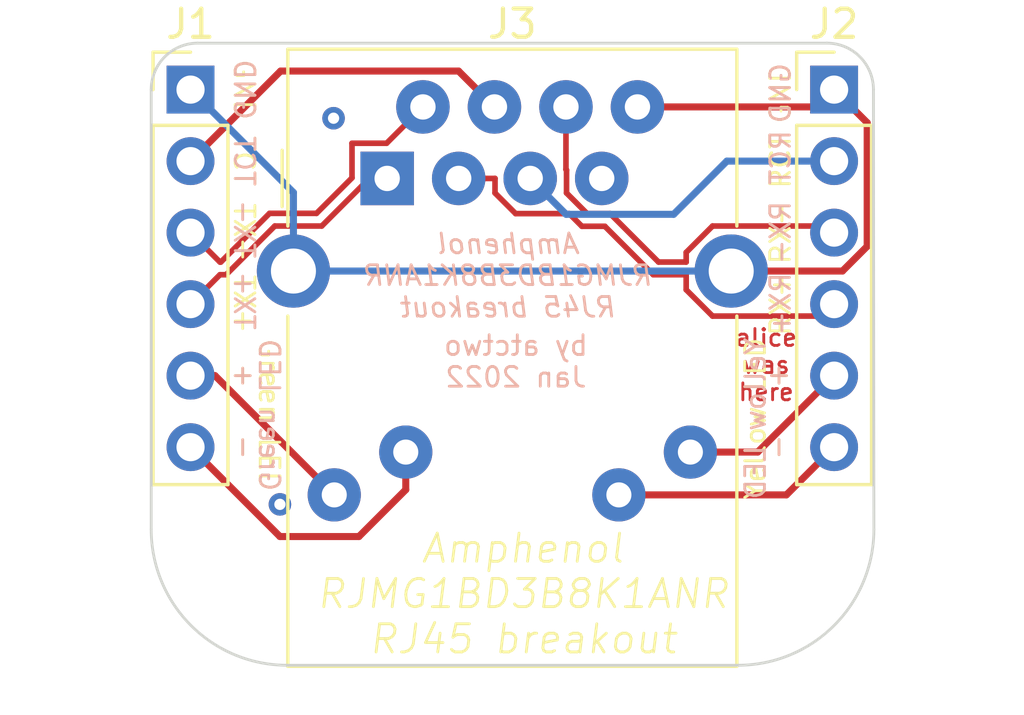
<source format=kicad_pcb>
(kicad_pcb (version 20221018) (generator pcbnew)
  (layers (0 "F.Cu" signal) (31 "B.Cu" signal) (34 "B.Paste" user) (35 "F.Paste" user) (36 "B.SilkS" user "B.Silkscreen") (37 "F.SilkS" user "F.Silkscreen") (38 "B.Mask" user) (39 "F.Mask" user) (44 "Edge.Cuts" user))
  (net 0 "")
  (net 1 "GND")
  (net 2 "/tct")
  (net 3 "/td-")
  (net 4 "/td+")
  (net 5 "/ledy_a")
  (net 6 "/ledy_k")
  (net 7 "/rct")
  (net 8 "/rd-")
  (net 9 "/rd+")
  (net 10 "/ledg_a")
  (net 11 "/ledg_k")
  (footprint "Connector_PinHeader_2.54mm:PinHeader_1x06_P2.54mm_Vertical" (layer "F.Cu") (at 165.1 81.28)
    (fp_text reference "J1" (at 0 -2.33) (layer "F.SilkS"))
    (fp_text value "Conn_01x06_Male")
    (fp_line (start -1.33 -1.33) (end 0 -1.33) (stroke (width 0.12)) (layer "F.SilkS"))
    (fp_line (start -1.33 0) (end -1.33 -1.33) (stroke (width 0.12)) (layer "F.SilkS"))
    (fp_line (start -1.33 1.27) (end -1.33 14.03) (stroke (width 0.12)) (layer "F.SilkS"))
    (fp_line (start -1.33 1.27) (end 1.33 1.27) (stroke (width 0.12)) (layer "F.SilkS"))
    (fp_line (start -1.33 14.03) (end 1.33 14.03) (stroke (width 0.12)) (layer "F.SilkS"))
    (fp_line (start 1.33 1.27) (end 1.33 14.03) (stroke (width 0.12)) (layer "F.SilkS"))
    (pad "1" thru_hole rect (at 0 0) (size 1.7 1.7) (drill 1) (layers "*.Cu" "*.Mask") (net 1 "GND"))
    (pad "2" thru_hole oval (at 0 2.54) (size 1.7 1.7) (drill 1) (layers "*.Cu" "*.Mask") (net 2 "/tct"))
    (pad "3" thru_hole oval (at 0 5.08) (size 1.7 1.7) (drill 1) (layers "*.Cu" "*.Mask") (net 3 "/td-"))
    (pad "4" thru_hole oval (at 0 7.62) (size 1.7 1.7) (drill 1) (layers "*.Cu" "*.Mask") (net 4 "/td+"))
    (pad "5" thru_hole oval (at 0 10.16) (size 1.7 1.7) (drill 1) (layers "*.Cu" "*.Mask") (net 10 "/ledg_a"))
    (pad "6" thru_hole oval (at 0 12.7) (size 1.7 1.7) (drill 1) (layers "*.Cu" "*.Mask") (net 11 "/ledg_k"))
  )
  (footprint "Connector_PinHeader_2.54mm:PinHeader_1x06_P2.54mm_Vertical" (layer "F.Cu") (at 187.96 81.28)
    (fp_text reference "J2" (at 0 -2.33) (layer "F.SilkS"))
    (fp_text value "Conn_01x06_Male")
    (fp_line (start -1.33 -1.33) (end 0 -1.33) (stroke (width 0.12)) (layer "F.SilkS"))
    (fp_line (start -1.33 0) (end -1.33 -1.33) (stroke (width 0.12)) (layer "F.SilkS"))
    (fp_line (start -1.33 1.27) (end -1.33 14.03) (stroke (width 0.12)) (layer "F.SilkS"))
    (fp_line (start -1.33 1.27) (end 1.33 1.27) (stroke (width 0.12)) (layer "F.SilkS"))
    (fp_line (start -1.33 14.03) (end 1.33 14.03) (stroke (width 0.12)) (layer "F.SilkS"))
    (fp_line (start 1.33 1.27) (end 1.33 14.03) (stroke (width 0.12)) (layer "F.SilkS"))
    (pad "1" thru_hole rect (at 0 0) (size 1.7 1.7) (drill 1) (layers "*.Cu" "*.Mask") (net 1 "GND"))
    (pad "2" thru_hole oval (at 0 2.54) (size 1.7 1.7) (drill 1) (layers "*.Cu" "*.Mask") (net 7 "/rct"))
    (pad "3" thru_hole oval (at 0 5.08) (size 1.7 1.7) (drill 1) (layers "*.Cu" "*.Mask") (net 8 "/rd-"))
    (pad "4" thru_hole oval (at 0 7.62) (size 1.7 1.7) (drill 1) (layers "*.Cu" "*.Mask") (net 9 "/rd+"))
    (pad "5" thru_hole oval (at 0 10.16) (size 1.7 1.7) (drill 1) (layers "*.Cu" "*.Mask") (net 5 "/ledy_a"))
    (pad "6" thru_hole oval (at 0 12.7) (size 1.7 1.7) (drill 1) (layers "*.Cu" "*.Mask") (net 6 "/ledy_k"))
  )
  (footprint "Connector_RJ:RJ45_Amphenol_RJMG1BD3B8K1ANR" (layer "F.Cu") (at 172.085 84.435)
    (fp_text reference "J3" (at 4.445 -5.49) (layer "F.SilkS"))
    (fp_text value "RJ45_Amphenol_RJMG1BD3B8K1ANR")
    (fp_line (start -3.73 -1) (end -3.73 1) (stroke (width 0.12)) (layer "F.SilkS"))
    (fp_line (start -3.53 -4.59) (end 12.42 -4.59) (stroke (width 0.12)) (layer "F.SilkS"))
    (fp_line (start -3.53 1.69) (end -3.53 -4.59) (stroke (width 0.12)) (layer "F.SilkS"))
    (fp_line (start -3.53 17.33) (end -3.53 4.89) (stroke (width 0.12)) (layer "F.SilkS"))
    (fp_line (start 12.42 -4.59) (end 12.42 1.69) (stroke (width 0.12)) (layer "F.SilkS"))
    (fp_line (start 12.42 4.89) (end 12.42 17.33) (stroke (width 0.12)) (layer "F.SilkS"))
    (fp_line (start 12.42 17.33) (end -3.53 17.33) (stroke (width 0.12)) (layer "F.SilkS"))
    (pad "" np_thru_hole circle (at -1.27 6.34) (size 3.25 3.25) (drill 3.25) (layers "*.Cu" "*.Mask"))
    (pad "" np_thru_hole circle (at 10.16 6.34) (size 3.25 3.25) (drill 3.25) (layers "*.Cu" "*.Mask"))
    (pad "13" thru_hole circle (at -3.33 3.29) (size 2.6 2.6) (drill 1.6) (layers "*.Cu" "*.Mask") (net 1 "GND"))
    (pad "13" thru_hole circle (at 12.22 3.29) (size 2.6 2.6) (drill 1.6) (layers "*.Cu" "*.Mask") (net 1 "GND"))
    (pad "L1" thru_hole circle (at 10.77 9.72) (size 1.89 1.89) (drill 0.89) (layers "*.Cu" "*.Mask") (net 5 "/ledy_a"))
    (pad "L2" thru_hole circle (at 8.23 11.24) (size 1.89 1.89) (drill 0.89) (layers "*.Cu" "*.Mask") (net 6 "/ledy_k"))
    (pad "L3" thru_hole circle (at 0.66 9.72) (size 1.89 1.89) (drill 0.89) (layers "*.Cu" "*.Mask") (net 11 "/ledg_k"))
    (pad "L4" thru_hole circle (at -1.88 11.24) (size 1.89 1.89) (drill 0.89) (layers "*.Cu" "*.Mask") (net 10 "/ledg_a"))
    (pad "R1" thru_hole rect (at 0 0) (size 1.9 1.9) (drill 0.9) (layers "*.Cu" "*.Mask") (net 4 "/td+"))
    (pad "R2" thru_hole circle (at 1.27 -2.54) (size 1.9 1.9) (drill 0.9) (layers "*.Cu" "*.Mask") (net 3 "/td-"))
    (pad "R3" thru_hole circle (at 2.54 0) (size 1.9 1.9) (drill 0.9) (layers "*.Cu" "*.Mask") (net 9 "/rd+"))
    (pad "R4" thru_hole circle (at 3.81 -2.54) (size 1.9 1.9) (drill 0.9) (layers "*.Cu" "*.Mask") (net 2 "/tct"))
    (pad "R5" thru_hole circle (at 5.08 0) (size 1.9 1.9) (drill 0.9) (layers "*.Cu" "*.Mask") (net 7 "/rct"))
    (pad "R6" thru_hole circle (at 6.35 -2.54) (size 1.9 1.9) (drill 0.9) (layers "*.Cu" "*.Mask") (net 8 "/rd-"))
    (pad "R7" thru_hole circle (at 7.62 0) (size 1.9 1.9) (drill 0.9) (layers "*.Cu" "*.Mask"))
    (pad "R8" thru_hole circle (at 8.89 -2.54) (size 1.9 1.9) (drill 0.9) (layers "*.Cu" "*.Mask") (net 1 "GND"))
  )
  (gr_line (start 187.706 79.629) (end 165.354 79.629) (stroke (width 0.1)) (layer "Edge.Cuts"))
  (gr_line (start 189.373503 96.901) (end 189.357 81.28) (stroke (width 0.1)) (layer "Edge.Cuts"))
  (gr_arc (start 189.373503 96.901) (mid 187.96 100.313497) (end 184.547503 101.727) (stroke (width 0.1)) (layer "Edge.Cuts"))
  (gr_arc (start 168.529 101.727) (mid 165.116503 100.313497) (end 163.703 96.901) (stroke (width 0.1)) (layer "Edge.Cuts"))
  (gr_arc (start 163.703 81.28) (mid 164.186567 80.112567) (end 165.354 79.629) (stroke (width 0.1)) (layer "Edge.Cuts"))
  (gr_line (start 163.703 96.901) (end 163.703 81.28) (stroke (width 0.1)) (layer "Edge.Cuts"))
  (gr_line (start 168.529 101.727) (end 184.547503 101.727) (stroke (width 0.1)) (layer "Edge.Cuts"))
  (gr_arc (start 187.706 79.629) (mid 188.873433 80.112567) (end 189.357 81.28) (stroke (width 0.1)) (layer "Edge.Cuts"))
  (gr_text "alice\nwas\nhere" (at 185.547 91.059) (layer "F.Cu") (effects (font (size 0.6 0.6) (thickness 0.1))))
  (gr_text "TX+" (at 167.005 88.773 -90) (layer "B.SilkS") (effects (font (size 0.7 0.7) (thickness 0.1)) (justify mirror)))
  (gr_text "TX-" (at 167.005 86.233 -90) (layer "B.SilkS") (effects (font (size 0.7 0.7) (thickness 0.1)) (justify mirror)))
  (gr_text "by atctwo\nJan 2022" (at 176.657 90.932) (layer "B.SilkS") (effects (font (size 0.7 0.7) (thickness 0.1)) (justify mirror)))
  (gr_text "RCT" (at 186.055 83.693 -270) (layer "B.SilkS") (effects (font (size 0.7 0.7) (thickness 0.1)) (justify mirror)))
  (gr_text "GND" (at 167.005 81.28 -90) (layer "B.SilkS") (effects (font (size 0.7 0.7) (thickness 0.1)) (justify mirror)))
  (gr_text "TCT" (at 167.005 83.82 -90) (layer "B.SilkS") (effects (font (size 0.7 0.7) (thickness 0.1)) (justify mirror)))
  (gr_text "Green LED" (at 167.894 92.837 -90) (layer "B.SilkS") (effects (font (size 0.7 0.7) (thickness 0.1)) (justify mirror)))
  (gr_text "Amphenol\nRJMG1BD3B8K1ANR\nRJ45 breakout" (at 176.403 87.884) (layer "B.SilkS") (effects (font (size 0.7 0.7) (thickness 0.1) italic) (justify mirror)))
  (gr_text "RX-" (at 186.055 86.36 -270) (layer "B.SilkS") (effects (font (size 0.7 0.7) (thickness 0.1)) (justify mirror)))
  (gr_text "Yellow LED" (at 185.166 92.964 -270) (layer "B.SilkS") (effects (font (size 0.7 0.7) (thickness 0.1)) (justify mirror)))
  (gr_text "-" (at 186.055 93.98 -90) (layer "B.SilkS") (effects (font (size 0.7 0.7) (thickness 0.1)) (justify mirror)))
  (gr_text "RX+" (at 186.055 88.9 -270) (layer "B.SilkS") (effects (font (size 0.7 0.7) (thickness 0.1)) (justify mirror)))
  (gr_text "+" (at 167.005 91.44 -90) (layer "B.SilkS") (effects (font (size 0.7 0.7) (thickness 0.1)) (justify mirror)))
  (gr_text "GND" (at 186.055 81.407 90) (layer "B.SilkS") (effects (font (size 0.7 0.7) (thickness 0.1)) (justify mirror)))
  (gr_text "-" (at 167.005 93.98 -90) (layer "B.SilkS") (effects (font (size 0.7 0.7) (thickness 0.1)) (justify mirror)))
  (gr_text "+" (at 186.055 91.44 -90) (layer "B.SilkS") (effects (font (size 0.7 0.7) (thickness 0.1)) (justify mirror)))
  (gr_text "TX-" (at 167.005 86.36 270) (layer "F.SilkS") (effects (font (size 0.7 0.7) (thickness 0.1))))
  (gr_text "Amphenol\nRJMG1BD3B8K1ANR\nRJ45 breakout" (at 176.911 99.187) (layer "F.SilkS") (effects (font (size 1 1) (thickness 0.1) italic)))
  (gr_text "-" (at 186.055 93.98 270) (layer "F.SilkS") (effects (font (size 0.7 0.7) (thickness 0.1))))
  (gr_text "GND" (at 186.055 81.407 90) (layer "F.SilkS") (effects (font (size 0.7 0.7) (thickness 0.1))))
  (gr_text "+" (at 186.055 91.44 270) (layer "F.SilkS") (effects (font (size 0.7 0.7) (thickness 0.1))))
  (gr_text "TX+" (at 167.005 88.9 270) (layer "F.SilkS") (effects (font (size 0.7 0.7) (thickness 0.1))))
  (gr_text "Yellow LED" (at 185.166 92.964 90) (layer "F.SilkS") (effects (font (size 0.7 0.7) (thickness 0.1))))
  (gr_text "-" (at 167.005 93.98 270) (layer "F.SilkS") (effects (font (size 0.7 0.7) (thickness 0.1))))
  (gr_text "RX-" (at 186.055 86.36 90) (layer "F.SilkS") (effects (font (size 0.7 0.7) (thickness 0.1))))
  (gr_text "RCT" (at 186.055 83.82 90) (layer "F.SilkS") (effects (font (size 0.7 0.7) (thickness 0.1))))
  (gr_text "TCT" (at 167.005 83.82 270) (layer "F.SilkS") (effects (font (size 0.7 0.7) (thickness 0.1))))
  (gr_text "GND" (at 167.005 81.28 270) (layer "F.SilkS") (effects (font (size 0.7 0.7) (thickness 0.1))))
  (gr_text "Green LED" (at 167.894 92.837 270) (layer "F.SilkS") (effects (font (size 0.7 0.7) (thickness 0.1))))
  (gr_text "RX+" (at 186.055 88.9 90) (layer "F.SilkS") (effects (font (size 0.7 0.7) (thickness 0.1))))
  (gr_text "+" (at 167.005 91.44 270) (layer "F.SilkS") (effects (font (size 0.7 0.7) (thickness 0.1))))
  (segment (start 187.345 81.895) (end 187.96 81.28) (width 0.25) (layer "F.Cu") (net 1))
  (segment (start 184.305 87.725) (end 188.25601 87.725) (width 0.25) (layer "F.Cu") (net 1))
  (segment (start 188.25601 87.725) (end 189.134511 86.846499) (width 0.25) (layer "F.Cu") (net 1))
  (segment (start 189.134511 82.454511) (end 187.96 81.28) (width 0.25) (layer "F.Cu") (net 1))
  (segment (start 180.975 81.895) (end 187.345 81.895) (width 0.25) (layer "F.Cu") (net 1))
  (segment (start 189.134511 86.846499) (end 189.134511 82.454511) (width 0.25) (layer "F.Cu") (net 1))
  (via (at 168.275 96.012) (size 0.8) (drill 0.4) (layers "F.Cu" "B.Cu") (net 1))
  (via (at 170.18 82.296) (size 0.8) (drill 0.4) (layers "F.Cu" "B.Cu") (net 1))
  (segment (start 187.345 81.895) (end 187.96 81.28) (width 0.25) (layer "B.Cu") (net 1))
  (segment (start 168.755 84.935) (end 165.1 81.28) (width 0.25) (layer "B.Cu") (net 1))
  (segment (start 168.755 87.725) (end 168.755 84.935) (width 0.25) (layer "B.Cu") (net 1))
  (segment (start 168.755 87.725) (end 184.305 87.725) (width 0.25) (layer "B.Cu") (net 1))
  (segment (start 165.1 83.82) (end 168.299511 80.620489) (width 0.25) (layer "F.Cu") (net 2))
  (segment (start 168.299511 80.620489) (end 174.620489 80.620489) (width 0.25) (layer "F.Cu") (net 2))
  (segment (start 174.620489 80.620489) (end 175.895 81.895) (width 0.25) (layer "F.Cu") (net 2))
  (segment (start 169.574502 85.675498) (end 170.835489 84.414511) (width 0.2) (layer "F.Cu") (net 3))
  (segment (start 166.176567 87.404999) (end 167.906068 85.675498) (width 0.2) (layer "F.Cu") (net 3))
  (segment (start 165.1 86.36) (end 166.144999 87.404999) (width 0.2) (layer "F.Cu") (net 3))
  (segment (start 170.835489 83.185489) (end 172.064511 83.185489) (width 0.2) (layer "F.Cu") (net 3))
  (segment (start 167.906068 85.675498) (end 169.574502 85.675498) (width 0.2) (layer "F.Cu") (net 3))
  (segment (start 172.064511 83.185489) (end 173.355 81.895) (width 0.2) (layer "F.Cu") (net 3))
  (segment (start 166.144999 87.404999) (end 166.176567 87.404999) (width 0.2) (layer "F.Cu") (net 3))
  (segment (start 170.835489 84.414511) (end 170.835489 83.185489) (width 0.2) (layer "F.Cu") (net 3))
  (segment (start 171.451397 84.435) (end 172.085 84.435) (width 0.2) (layer "F.Cu") (net 4))
  (segment (start 166.144999 87.855001) (end 166.362948 87.855001) (width 0.2) (layer "F.Cu") (net 4))
  (segment (start 169.760908 86.125489) (end 171.451397 84.435) (width 0.2) (layer "F.Cu") (net 4))
  (segment (start 165.1 88.9) (end 166.144999 87.855001) (width 0.2) (layer "F.Cu") (net 4))
  (segment (start 168.09246 86.125489) (end 169.760908 86.125489) (width 0.2) (layer "F.Cu") (net 4))
  (segment (start 166.362948 87.855001) (end 168.09246 86.125489) (width 0.2) (layer "F.Cu") (net 4))
  (segment (start 185.245 94.155) (end 187.96 91.44) (width 0.25) (layer "F.Cu") (net 5))
  (segment (start 182.855 94.155) (end 185.245 94.155) (width 0.25) (layer "F.Cu") (net 5))
  (segment (start 180.315 95.675) (end 186.265 95.675) (width 0.25) (layer "F.Cu") (net 6))
  (segment (start 186.265 95.675) (end 187.96 93.98) (width 0.25) (layer "F.Cu") (net 6))
  (segment (start 182.260489 85.709511) (end 184.15 83.82) (width 0.25) (layer "B.Cu") (net 7))
  (segment (start 178.439511 85.709511) (end 182.260489 85.709511) (width 0.25) (layer "B.Cu") (net 7))
  (segment (start 177.165 84.435) (end 178.439511 85.709511) (width 0.25) (layer "B.Cu") (net 7))
  (segment (start 184.15 83.82) (end 187.96 83.82) (width 0.25) (layer "B.Cu") (net 7))
  (segment (start 178.455489 84.952565) (end 178.455489 84.13729) (width 0.2) (layer "F.Cu") (net 8))
  (segment (start 178.435 84.116801) (end 178.435 81.895) (width 0.2) (layer "F.Cu") (net 8))
  (segment (start 182.705489 87.06246) (end 182.705489 87.405) (width 0.2) (layer "F.Cu") (net 8))
  (segment (start 187.725489 86.125489) (end 183.64246 86.125489) (width 0.2) (layer "F.Cu") (net 8))
  (segment (start 183.64246 86.125489) (end 182.705489 87.06246) (width 0.2) (layer "F.Cu") (net 8))
  (segment (start 182.705489 87.405) (end 181.723199 87.405) (width 0.2) (layer "F.Cu") (net 8))
  (segment (start 180.00271 85.684511) (end 179.187435 85.684511) (width 0.2) (layer "F.Cu") (net 8))
  (segment (start 187.96 86.36) (end 187.725489 86.125489) (width 0.2) (layer "F.Cu") (net 8))
  (segment (start 179.187435 85.684511) (end 178.455489 84.952565) (width 0.2) (layer "F.Cu") (net 8))
  (segment (start 178.455489 84.13729) (end 178.435 84.116801) (width 0.2) (layer "F.Cu") (net 8))
  (segment (start 181.723199 87.405) (end 180.00271 85.684511) (width 0.2) (layer "F.Cu") (net 8))
  (segment (start 182.705489 87.855) (end 181.536801 87.855) (width 0.2) (layer "F.Cu") (net 9))
  (segment (start 187.96 88.9) (end 187.535489 89.324511) (width 0.2) (layer "F.Cu") (net 9))
  (segment (start 179.001042 86.134502) (end 178.551051 85.684511) (width 0.2) (layer "F.Cu") (net 9))
  (segment (start 179.816303 86.134502) (end 179.001042 86.134502) (width 0.2) (layer "F.Cu") (net 9))
  (segment (start 176.647435 85.684511) (end 175.915489 84.952565) (width 0.2) (layer "F.Cu") (net 9))
  (segment (start 183.64246 89.324511) (end 182.705489 88.38754) (width 0.2) (layer "F.Cu") (net 9))
  (segment (start 182.705489 88.38754) (end 182.705489 87.855) (width 0.2) (layer "F.Cu") (net 9))
  (segment (start 181.536801 87.855) (end 179.816303 86.134502) (width 0.2) (layer "F.Cu") (net 9))
  (segment (start 187.535489 89.324511) (end 183.64246 89.324511) (width 0.2) (layer "F.Cu") (net 9))
  (segment (start 178.551051 85.684511) (end 176.647435 85.684511) (width 0.2) (layer "F.Cu") (net 9))
  (segment (start 175.915489 84.952565) (end 175.915489 84.435) (width 0.2) (layer "F.Cu") (net 9))
  (segment (start 175.915489 84.435) (end 174.625 84.435) (width 0.2) (layer "F.Cu") (net 9))
  (segment (start 170.205 95.675) (end 165.97 91.44) (width 0.25) (layer "F.Cu") (net 10))
  (segment (start 165.97 91.44) (end 165.1 91.44) (width 0.25) (layer "F.Cu") (net 10))
  (segment (start 171.081431 97.155) (end 168.275 97.155) (width 0.25) (layer "F.Cu") (net 11))
  (segment (start 172.745 95.491431) (end 171.081431 97.155) (width 0.25) (layer "F.Cu") (net 11))
  (segment (start 172.745 94.155) (end 172.745 95.491431) (width 0.25) (layer "F.Cu") (net 11))
  (segment (start 168.275 97.155) (end 165.1 93.98) (width 0.25) (layer "F.Cu") (net 11))
)
</source>
